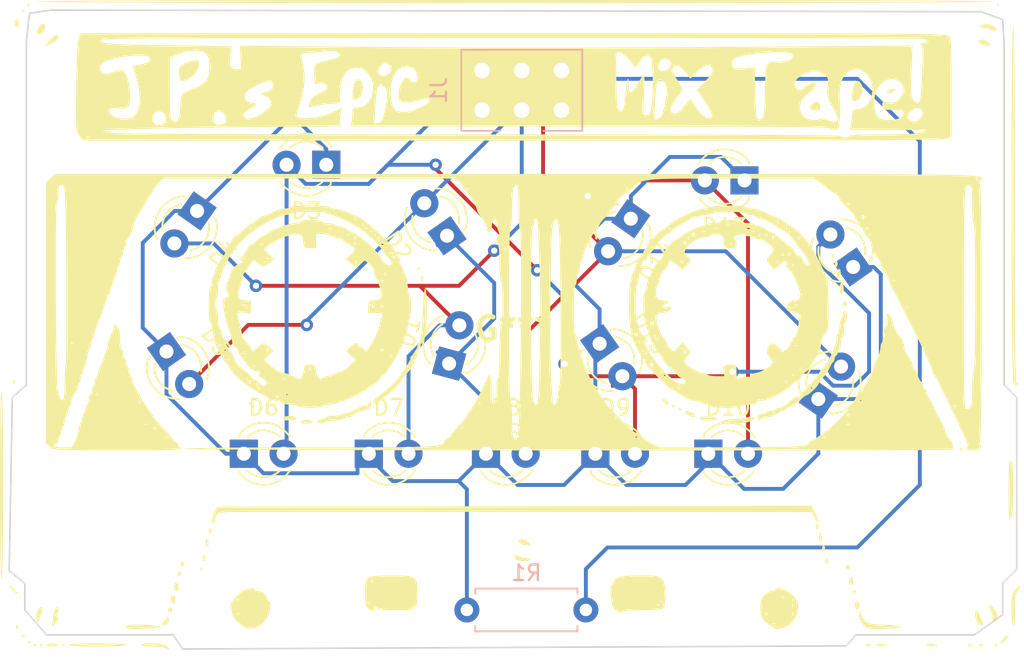
<source format=kicad_pcb>
(kicad_pcb (version 20221018) (generator pcbnew)
  (layers (0 "F.Cu" signal) (31 "B.Cu" signal) (34 "B.Paste" user) (35 "F.Paste" user) (36 "B.SilkS" user "B.Silkscreen") (37 "F.SilkS" user "F.Silkscreen") (38 "B.Mask" user) (39 "F.Mask" user) (44 "Edge.Cuts" user))
  (net 0 "")
  (net 1 "GND")
  (net 2 "Net-(D1-A)")
  (net 5 "Net-(J1-Pin_6)")
  (net 6 "Net-(D11-A)")
  (net 7 "Net-(D12-A)")
  (footprint "LED_THT:LED_D3.0mm" (layer "F.Cu") (at 138 89.5 180)
    (fp_text reference "D3" (at 1.27 -2.96) (layer "F.SilkS"))
    (fp_text value "LED")
    (pad "1" thru_hole rect (at 0 0 180) (size 1.8 1.8) (drill 0.9) (layers "*.Cu" "*.Mask") (net 1 "GND"))
    (pad "2" thru_hole circle (at 2.54 0 180) (size 1.8 1.8) (drill 0.9) (layers "*.Cu" "*.Mask") (net 7 "Net-(D12-A)"))
  )
  (footprint "LED_THT:LED_D3.0mm" (layer "F.Cu") (at 171.73131 96.044419 125)
    (fp_text reference "D12" (at 1.27 -2.96 125) (layer "F.SilkS"))
    (fp_text value "LED")
    (pad "1" thru_hole rect (at 0 0 125) (size 1.8 1.8) (drill 0.9) (layers "*.Cu" "*.Mask") (net 1 "GND"))
    (pad "2" thru_hole circle (at 2.54 0 125) (size 1.8 1.8) (drill 0.9) (layers "*.Cu" "*.Mask") (net 7 "Net-(D12-A)"))
  )
  (footprint "LED_THT:LED_D3.0mm" (layer "F.Cu") (at 148.225 108)
    (fp_text reference "D8" (at 1.27 -2.96) (layer "F.SilkS"))
    (fp_text value "LED")
    (pad "1" thru_hole rect (at 0 0) (size 1.8 1.8) (drill 0.9) (layers "*.Cu" "*.Mask") (net 1 "GND"))
    (pad "2" thru_hole circle (at 2.54 0) (size 1.8 1.8) (drill 0.9) (layers "*.Cu" "*.Mask") (net 6 "Net-(D11-A)"))
  )
  (footprint "LED_THT:LED_D3.0mm" (layer "F.Cu") (at 127.76869 101.455581 -55)
    (fp_text reference "D5" (at 1.27 -2.96 125) (layer "F.SilkS"))
    (fp_text value "LED")
    (pad "1" thru_hole rect (at 0 0 305) (size 1.8 1.8) (drill 0.9) (layers "*.Cu" "*.Mask") (net 1 "GND"))
    (pad "2" thru_hole circle (at 2.54 0 305) (size 1.8 1.8) (drill 0.9) (layers "*.Cu" "*.Mask") (net 6 "Net-(D11-A)"))
  )
  (footprint "LED_THT:LED_D3.0mm" (layer "F.Cu") (at 157.5 92.955581 -125)
    (fp_text reference "D14" (at 1.27 -2.96 55) (layer "F.SilkS"))
    (fp_text value "LED")
    (pad "1" thru_hole rect (at 0 0 235) (size 1.8 1.8) (drill 0.9) (layers "*.Cu" "*.Mask") (net 1 "GND"))
    (pad "2" thru_hole circle (at 2.54 0 235) (size 1.8 1.8) (drill 0.9) (layers "*.Cu" "*.Mask") (net 6 "Net-(D11-A)"))
  )
  (footprint "LED_THT:LED_D3.0mm" (layer "F.Cu") (at 132.725 108)
    (fp_text reference "D6" (at 1.27 -2.96) (layer "F.SilkS"))
    (fp_text value "LED")
    (pad "1" thru_hole rect (at 0 0) (size 1.8 1.8) (drill 0.9) (layers "*.Cu" "*.Mask") (net 1 "GND"))
    (pad "2" thru_hole circle (at 2.54 0) (size 1.8 1.8) (drill 0.9) (layers "*.Cu" "*.Mask") (net 7 "Net-(D12-A)"))
  )
  (footprint "LED_THT:LED_D3.0mm" (layer "F.Cu") (at 129.73131 92.455581 -125)
    (fp_text reference "D4" (at 1.27 -2.96 55) (layer "F.SilkS"))
    (fp_text value "LED")
    (pad "1" thru_hole rect (at 0 0 235) (size 1.8 1.8) (drill 0.9) (layers "*.Cu" "*.Mask") (net 1 "GND"))
    (pad "2" thru_hole circle (at 2.54 0 235) (size 1.8 1.8) (drill 0.9) (layers "*.Cu" "*.Mask") (net 2 "Net-(D1-A)"))
  )
  (footprint "LED_THT:LED_D3.0mm" (layer "F.Cu") (at 169.5 104.5 55)
    (fp_text reference "D11" (at 1.27 -2.96 55) (layer "F.SilkS"))
    (fp_text value "LED")
    (pad "1" thru_hole rect (at 0 0 55) (size 1.8 1.8) (drill 0.9) (layers "*.Cu" "*.Mask") (net 1 "GND"))
    (pad "2" thru_hole circle (at 2.54 0 55) (size 1.8 1.8) (drill 0.9) (layers "*.Cu" "*.Mask") (net 6 "Net-(D11-A)"))
  )
  (footprint "LED_THT:LED_D3.0mm" (layer "F.Cu") (at 155.225 108)
    (fp_text reference "D9" (at 1.27 -2.96) (layer "F.SilkS"))
    (fp_text value "LED")
    (pad "1" thru_hole rect (at 0 0) (size 1.8 1.8) (drill 0.9) (layers "*.Cu" "*.Mask") (net 1 "GND"))
    (pad "2" thru_hole circle (at 2.54 0) (size 1.8 1.8) (drill 0.9) (layers "*.Cu" "*.Mask") (net 7 "Net-(D12-A)"))
  )
  (footprint "LED_THT:LED_D3.0mm" (layer "F.Cu") (at 164.775 90.5 180)
    (fp_text reference "D13" (at 1.27 -2.96) (layer "F.SilkS"))
    (fp_text value "LED")
    (pad "1" thru_hole rect (at 0 0 180) (size 1.8 1.8) (drill 0.9) (layers "*.Cu" "*.Mask") (net 1 "GND"))
    (pad "2" thru_hole circle (at 2.54 0 180) (size 1.8 1.8) (drill 0.9) (layers "*.Cu" "*.Mask") (net 2 "Net-(D1-A)"))
  )
  (footprint "DC32_Cassette_SAO:Cassette_SAO_Silk_Screen with Text" (layer "F.Cu") (at 150 100)
    (fp_text reference "G***" (at 0 0) (layer "F.SilkS") (effects (font (size 1.5 1.5) (thickness 0.3))))
    (fp_text value "LOGO" hide)
  )
  (footprint "LED_THT:LED_D3.0mm" (layer "F.Cu") (at 140.725 108)
    (fp_text reference "D7" (at 1.27 -2.96) (layer "F.SilkS"))
    (fp_text value "LED")
    (pad "1" thru_hole rect (at 0 0) (size 1.8 1.8) (drill 0.9) (layers "*.Cu" "*.Mask") (net 1 "GND"))
    (pad "2" thru_hole circle (at 2.54 0) (size 1.8 1.8) (drill 0.9) (layers "*.Cu" "*.Mask") (net 2 "Net-(D1-A)"))
  )
  (footprint "LED_THT:LED_D3.0mm" (layer "F.Cu") (at 145.73131 94.044419 125)
    (fp_text reference "D2" (at 1.27 -2.96 125) (layer "F.SilkS"))
    (fp_text value "LED")
    (pad "1" thru_hole rect (at 0 0 125) (size 1.8 1.8) (drill 0.9) (layers "*.Cu" "*.Mask") (net 1 "GND"))
    (pad "2" thru_hole circle (at 2.54 0 125) (size 1.8 1.8) (drill 0.9) (layers "*.Cu" "*.Mask") (net 6 "Net-(D11-A)"))
  )
  (footprint "LED_THT:LED_D3.0mm" (layer "F.Cu") (at 145.8625 102.231555 75)
    (fp_text reference "D1" (at 1.27 -2.96 75) (layer "F.SilkS"))
    (fp_text value "LED")
    (pad "1" thru_hole rect (at 0 0 75) (size 1.8 1.8) (drill 0.9) (layers "*.Cu" "*.Mask") (net 1 "GND"))
    (pad "2" thru_hole circle (at 2.54 0 75) (size 1.8 1.8) (drill 0.9) (layers "*.Cu" "*.Mask") (net 2 "Net-(D1-A)"))
  )
  (footprint "DC32_Cassette_SAO:Cassette_SAO_Solder_Mask" (layer "F.Cu") (at 150 100)
    (fp_text reference "G***" hide)
    (fp_text value "LOGO" hide)
  )
  (footprint "LED_THT:LED_D3.0mm" (layer "F.Cu") (at 155.5 100.955581 -55)
    (fp_text reference "D15" (at 1.27 -2.96 125) (layer "F.SilkS"))
    (fp_text value "LED")
    (pad "1" thru_hole rect (at 0 0 305) (size 1.8 1.8) (drill 0.9) (layers "*.Cu" "*.Mask") (net 1 "GND"))
    (pad "2" thru_hole circle (at 2.54 0 305) (size 1.8 1.8) (drill 0.9) (layers "*.Cu" "*.Mask") (net 7 "Net-(D12-A)"))
  )
  (footprint "LED_THT:LED_D3.0mm" (layer "F.Cu") (at 162.46 108)
    (fp_text reference "D10" (at 1.27 -2.96) (layer "F.SilkS"))
    (fp_text value "LED")
    (pad "1" thru_hole rect (at 0 0) (size 1.8 1.8) (drill 0.9) (layers "*.Cu" "*.Mask") (net 1 "GND"))
    (pad "2" thru_hole circle (at 2.54 0) (size 1.8 1.8) (drill 0.9) (layers "*.Cu" "*.Mask") (net 2 "Net-(D1-A)"))
  )
  (footprint "Resistor_THT:R_Axial_DIN0207_L6.3mm_D2.5mm_P7.62mm_Horizontal" (layer "B.Cu") (at 154.62 118 180)
    (fp_text reference "R1" (at 3.81 2.37) (layer "B.SilkS") (effects (justify mirror)))
    (fp_text value "51")
    (pad "1" thru_hole circle (at 0 0 180) (size 1.6 1.6) (drill 0.8) (layers "*.Cu" "*.Mask") (net 5 "Net-(J1-Pin_6)"))
    (pad "2" thru_hole oval (at 7.62 0 180) (size 1.6 1.6) (drill 0.8) (layers "*.Cu" "*.Mask") (net 1 "GND"))
  )
  (footprint "DC32_Cassette_SAO:PinSocket_2x03_P2.54mm_Vertical_Tab" (layer "B.Cu") (at 147.975 86 -90)
    (fp_text reference "J1" (at -1.27 2.77 90) (layer "B.SilkS") (effects (justify mirror)))
    (fp_text value "Conn_02x03_Top_Bottom" hide)
    (pad "1" thru_hole rect (at 0 0 270) (size 1.7 1.7) (drill 1) (layers "*.Cu" "*.Mask"))
    (pad "2" thru_hole oval (at -2.54 0 270) (size 1.7 1.7) (drill 1) (layers "*.Cu" "*.Mask") (net 7 "Net-(D12-A)"))
    (pad "3" thru_hole oval (at 0 -2.54 270) (size 1.7 1.7) (drill 1) (layers "*.Cu" "*.Mask") (net 2 "Net-(D1-A)"))
    (pad "4" thru_hole oval (at -2.54 -2.54 270) (size 1.7 1.7) (drill 1) (layers "*.Cu" "*.Mask") (net 6 "Net-(D11-A)"))
    (pad "5" thru_hole oval (at 0 -5.08 270) (size 1.7 1.7) (drill 1) (layers "*.Cu" "*.Mask"))
    (pad "6" thru_hole oval (at -2.54 -5.08 270) (size 1.7 1.7) (drill 1) (layers "*.Cu" "*.Mask") (net 5 "Net-(J1-Pin_6)"))
  )
  (gr_line (start 171.3 120.3) (end 171.9 119.6) (stroke (width 0.1)) (layer "Edge.Cuts"))
  (gr_line (start 128.2 119.6) (end 128.8 120.5) (stroke (width 0.1)) (layer "Edge.Cuts"))
  (gr_line (start 181.3 116.3) (end 182.2 115.4) (stroke (width 0.1)) (layer "Edge.Cuts"))
  (gr_line (start 181.3 80.2) (end 179.9 79.7) (stroke (width 0.1)) (layer "Edge.Cuts"))
  (gr_line (start 179.9 79.7) (end 120.4 79.6) (stroke (width 0.1)) (layer "Edge.Cuts"))
  (gr_line (start 181.4 81.8) (end 181.3 80.2) (stroke (width 0.1)) (layer "Edge.Cuts"))
  (gr_line (start 117.9 104.4) (end 118.8 103.6) (stroke (width 0.1)) (layer "Edge.Cuts"))
  (gr_line (start 182.2 115.4) (end 182.2 104.4) (stroke (width 0.1)) (layer "Edge.Cuts"))
  (gr_line (start 181.4 103.6) (end 181.4 81.8) (stroke (width 0.1)) (layer "Edge.Cuts"))
  (gr_line (start 118.7 116.3) (end 118.7 118) (stroke (width 0.1)) (layer "Edge.Cuts"))
  (gr_line (start 128.8 120.5) (end 171.3 120.3) (stroke (width 0.1)) (layer "Edge.Cuts"))
  (gr_line (start 119 79.8) (end 120.4 79.6) (stroke (width 0.1)) (layer "Edge.Cuts"))
  (gr_line (start 117.7 115.5) (end 118.7 116.3) (stroke (width 0.1)) (layer "Edge.Cuts"))
  (gr_line (start 118.8 81.6) (end 118.8 103.6) (stroke (width 0.1)) (layer "Edge.Cuts"))
  (gr_line (start 181.3 118.3) (end 181.3 116.3) (stroke (width 0.1)) (layer "Edge.Cuts"))
  (gr_line (start 120.1 119.6) (end 128.2 119.6) (stroke (width 0.1)) (layer "Edge.Cuts"))
  (gr_line (start 171.9 119.6) (end 179.5 119.6) (stroke (width 0.1)) (layer "Edge.Cuts"))
  (gr_line (start 117.9 104.4) (end 117.7 115.5) (stroke (width 0.1)) (layer "Edge.Cuts"))
  (gr_line (start 120.1 119.6) (end 118.7 118) (stroke (width 0.1)) (layer "Edge.Cuts"))
  (gr_line (start 118.8 81.6) (end 119 79.8) (stroke (width 0.1)) (layer "Edge.Cuts"))
  (gr_line (start 182.2 104.4) (end 181.4 103.6) (stroke (width 0.1)) (layer "Edge.Cuts"))
  (gr_line (start 179.5 119.6) (end 181.3 118.3) (stroke (width 0.1)) (layer "Edge.Cuts"))
  (segment (start 127.76869 104.19369) (end 131.575 108) (width 0.25) (layer "B.Cu") (net 1))
  (segment (start 138 89.5) (end 138 88.5) (width 0.25) (layer "B.Cu") (net 1))
  (segment (start 147 118) (end 147 110.275) (width 0.25) (layer "B.Cu") (net 1))
  (segment (start 135.436891 86.75) (end 129.73131 92.455581) (width 0.25) (layer "B.Cu") (net 1))
  (segment (start 162.46 108) (end 162.5 108) (width 0.25) (layer "B.Cu") (net 1))
  (segment (start 148.75 97.063109) (end 145.73131 94.044419) (width 0.25) (layer "B.Cu") (net 1))
  (segment (start 153.225 110) (end 155.225 108) (width 0.25) (layer "B.Cu") (net 1))
  (segment (start 153.5 96.75) (end 153.5 95.25) (width 0.25) (layer "B.Cu") (net 1))
  (segment (start 157.5 91.5) (end 160 89) (width 0.25) (layer "B.Cu") (net 1))
  (segment (start 145.8625 102.231555) (end 148.75 99.344055) (width 0.25) (layer "B.Cu") (net 1))
  (segment (start 155.225 101.230581) (end 155.5 100.955581) (width 0.25) (layer "B.Cu") (net 1))
  (segment (start 148.75 99.344055) (end 148.75 97.063109) (width 0.25) (layer "B.Cu") (net 1))
  (segment (start 164.75 110.25) (end 167.25 110.25) (width 0.25) (layer "B.Cu") (net 1))
  (segment (start 140 108.725) (end 140.725 108) (width 0.25) (layer "B.Cu") (net 1))
  (segment (start 146.475 109.75) (end 148.225 108) (width 0.25) (layer "B.Cu") (net 1))
  (segment (start 133.975 109.25) (end 140 109.25) (width 0.25) (layer "B.Cu") (net 1))
  (segment (start 131.575 108) (end 132.725 108) (width 0.25) (layer "B.Cu") (net 1))
  (segment (start 155.225 108) (end 157.225 110) (width 0.25) (layer "B.Cu") (net 1))
  (segment (start 169.5 104.5) (end 172.25 104.5) (width 0.25) (layer "B.Cu") (net 1))
  (segment (start 142.25 109.75) (end 146.475 109.75) (width 0.25) (layer "B.Cu") (net 1))
  (segment (start 140.725 108.225) (end 142.25 109.75) (width 0.25) (layer "B.Cu") (net 1))
  (segment (start 162.5 108) (end 164.75 110.25) (width 0.25) (layer "B.Cu") (net 1))
  (segment (start 138 88.5) (end 136.25 86.75) (width 0.25) (layer "B.Cu") (net 1))
  (segment (start 140.725 108) (end 140.725 108.225) (width 0.25) (layer "B.Cu") (net 1))
  (segment (start 155.225 108) (end 155.225 101.230581) (width 0.25) (layer "B.Cu") (net 1))
  (segment (start 160 89) (end 163.275 89) (width 0.25) (layer "B.Cu") (net 1))
  (segment (start 157.225 110) (end 161 110) (width 0.25) (layer "B.Cu") (net 1))
  (segment (start 140 109.25) (end 140 108.725) (width 0.25) (layer "B.Cu") (net 1))
  (segment (start 150.25 110) (end 153.225 110) (width 0.25) (layer "B.Cu") (net 1))
  (segment (start 145.127653 94.648076) (end 145.73131 94.044419) (width 0.25) (layer "B.Cu") (net 1))
  (segment (start 155.5 100.955581) (end 155.5 98.75) (width 0.25) (layer "B.Cu") (net 1))
  (segment (start 127.76869 101.455581) (end 127.76869 104.19369) (width 0.25) (layer "B.Cu") (net 1))
  (segment (start 173.044419 96.044419) (end 171.73131 96.044419) (width 0.25) (layer "B.Cu") (net 1))
  (segment (start 148.225 108) (end 148.225 104.594055) (width 0.25) (layer "B.Cu") (net 1))
  (segment (start 153.5 95.25) (end 155.794419 92.955581) (width 0.25) (layer "B.Cu") (net 1))
  (segment (start 128.294419 92.455581) (end 126.25 94.5) (width 0.25) (layer "B.Cu") (net 1))
  (segment (start 155.794419 92.955581) (end 157.5 92.955581) (width 0.25) (layer "B.Cu") (net 1))
  (segment (start 148.25 108) (end 150.25 110) (width 0.25) (layer "B.Cu") (net 1))
  (segment (start 148.225 104.594055) (end 145.8625 102.231555) (width 0.25) (layer "B.Cu") (net 1))
  (segment (start 129.73131 92.455581) (end 128.294419 92.455581) (width 0.25) (layer "B.Cu") (net 1))
  (segment (start 172.25 104.5) (end 173.5 103.25) (width 0.25) (layer "B.Cu") (net 1))
  (segment (start 147 110.275) (end 146.475 109.75) (width 0.25) (layer "B.Cu") (net 1))
  (segment (start 155.5 98.75) (end 153.5 96.75) (width 0.25) (layer "B.Cu") (net 1))
  (segment (start 161 110) (end 162.46 108.54) (width 0.25) (layer "B.Cu") (net 1))
  (segment (start 162.46 108.54) (end 162.46 108) (width 0.25) (layer "B.Cu") (net 1))
  (segment (start 155.5 107.725) (end 155.225 108) (width 0.25) (layer "B.Cu") (net 1))
  (segment (start 126.25 94.5) (end 126.25 99.936891) (width 0.25) (layer "B.Cu") (net 1))
  (segment (start 148.225 108) (end 148.25 108) (width 0.25) (layer "B.Cu") (net 1))
  (segment (start 126.25 99.936891) (end 127.76869 101.455581) (width 0.25) (layer "B.Cu") (net 1))
  (segment (start 169.5 108) (end 169.5 104.5) (width 0.25) (layer "B.Cu") (net 1))
  (segment (start 163.275 89) (end 164.775 90.5) (width 0.25) (layer "B.Cu") (net 1))
  (segment (start 173.5 96.5) (end 173.044419 96.044419) (width 0.25) (layer "B.Cu") (net 1))
  (segment (start 167.25 110.25) (end 169.5 108) (width 0.25) (layer "B.Cu") (net 1))
  (segment (start 157.5 92.955581) (end 157.5 91.5) (width 0.25) (layer "B.Cu") (net 1))
  (segment (start 132.725 108) (end 133.975 109.25) (width 0.25) (layer "B.Cu") (net 1))
  (segment (start 136.25 86.75) (end 135.436891 86.75) (width 0.25) (layer "B.Cu") (net 1))
  (segment (start 173.5 103.25) (end 173.5 96.5) (width 0.25) (layer "B.Cu") (net 1))
  (segment (start 145.8625 102.231555) (end 145.127653 101.496708) (width 0.25) (layer "B.Cu") (net 1))
  (segment (start 155.75 90.5) (end 154.75 91.5) (width 0.25) (layer "F.Cu") (net 2))
  (segment (start 143.991797 97.25) (end 146.5199 99.778103) (width 0.25) (layer "F.Cu") (net 2))
  (segment (start 146.5 97.25) (end 143.991797 97.25) (width 0.25) (layer "F.Cu") (net 2))
  (segment (start 165 108) (end 165 93.265) (width 0.25) (layer "F.Cu") (net 2))
  (segment (start 133.5 97.25) (end 143.991797 97.25) (width 0.25) (layer "F.Cu") (net 2))
  (segment (start 162.235 90.5) (end 155.75 90.5) (width 0.25) (layer "F.Cu") (net 2))
  (segment (start 148.75 95) (end 146.5 97.25) (width 0.25) (layer "F.Cu") (net 2))
  (segment (start 165 93.265) (end 162.235 90.5) (width 0.25) (layer "F.Cu") (net 2))
  (via (at 148.75 95) (size 0.8) (drill 0.4) (layers "F.Cu" "B.Cu") (net 2))
  (via (at 133.5 97.25) (size 0.8) (drill 0.4) (layers "F.Cu" "B.Cu") (net 2))
  (via (at 154.75 91.5) (size 0.8) (drill 0.4) (layers "F.Cu" "B.Cu") (net 2))
  (segment (start 143.265 101.760211) (end 145.247108 99.778103) (width 0.25) (layer "B.Cu") (net 2))
  (segment (start 150.515 86) (end 150.515 93.235) (width 0.25) (layer "B.Cu") (net 2))
  (segment (start 128.274426 94.536227) (end 130.786227 94.536227) (width 0.25) (layer "B.Cu") (net 2))
  (segment (start 154.75 91.5) (end 152.25 91.5) (width 0.25) (layer "B.Cu") (net 2))
  (segment (start 143.265 108) (end 143.265 101.760211) (width 0.25) (layer "B.Cu") (net 2))
  (segment (start 150.515 93.235) (end 148.75 95) (width 0.25) (layer "B.Cu") (net 2))
  (segment (start 145.247108 99.778103) (end 146.5199 99.778103) (width 0.25) (layer "B.Cu") (net 2))
  (segment (start 152.25 91.5) (end 150.515 93.235) (width 0.25) (layer "B.Cu") (net 2))
  (segment (start 130.786227 94.536227) (end 133.5 97.25) (width 0.25) (layer "B.Cu") (net 2))
  (segment (start 176 88) (end 172 84) (width 0.25) (layer "B.Cu") (net 5))
  (segment (start 176 110) (end 176 88) (width 0.25) (layer "B.Cu") (net 5))
  (segment (start 172 114) (end 176 110) (width 0.25) (layer "B.Cu") (net 5))
  (segment (start 153.595 84) (end 153.055 83.46) (width 0.25) (layer "B.Cu") (net 5))
  (segment (start 154.62 118) (end 154.62 115.38) (width 0.25) (layer "B.Cu") (net 5))
  (segment (start 172 84) (end 153.595 84) (width 0.25) (layer "B.Cu") (net 5))
  (segment (start 154.62 115.38) (end 156 114) (width 0.25) (layer "B.Cu") (net 5))
  (segment (start 156 114) (end 172 114) (width 0.25) (layer "B.Cu") (net 5))
  (segment (start 151.88 84.825) (end 150.515 83.46) (width 0.25) (layer "F.Cu") (net 6))
  (segment (start 156.043116 95.036227) (end 151.88 90.873111) (width 0.25) (layer "F.Cu") (net 6))
  (segment (start 150.765 108) (end 150.765 100.314343) (width 0.25) (layer "F.Cu") (net 6))
  (segment (start 133.011801 99.75) (end 129.225574 103.536227) (width 0.25) (layer "F.Cu") (net 6))
  (segment (start 150.765 100.314343) (end 156.043116 95.036227) (width 0.25) (layer "F.Cu") (net 6))
  (segment (start 136.75 99.75) (end 133.011801 99.75) (width 0.25) (layer "F.Cu") (net 6))
  (segment (start 151.88 90.873111) (end 151.88 84.825) (width 0.25) (layer "F.Cu") (net 6))
  (via (at 136.75 99.75) (size 0.8) (drill 0.4) (layers "F.Cu" "B.Cu") (net 6))
  (segment (start 170.956884 102.419354) (end 163.573757 95.036227) (width 0.25) (layer "B.Cu") (net 6))
  (segment (start 136.75 99.488199) (end 136.75 99.75) (width 0.25) (layer "B.Cu") (net 6))
  (segment (start 150.515 83.46) (end 149.34 84.635) (width 0.25) (layer "B.Cu") (net 6))
  (segment (start 149.34 84.635) (end 149.34 86.898199) (width 0.25) (layer "B.Cu") (net 6))
  (segment (start 163.573757 95.036227) (end 156.043116 95.036227) (width 0.25) (layer "B.Cu") (net 6))
  (segment (start 144.274426 91.963773) (end 136.75 99.488199) (width 0.25) (layer "B.Cu") (net 6))
  (segment (start 149.34 86.898199) (end 144.274426 91.963773) (width 0.25) (layer "B.Cu") (net 6))
  (segment (start 163.713773 103.036227) (end 164 102.75) (width 0.25) (layer "F.Cu") (net 7))
  (segment (start 151.5 96.25) (end 145 89.75) (width 0.25) (layer "F.Cu") (net 7))
  (segment (start 145 89.75) (end 145 89.5) (width 0.25) (layer "F.Cu") (net 7))
  (segment (start 157.765 108) (end 157.765 103.844343) (width 0.25) (layer "F.Cu") (net 7))
  (segment (start 135.46 107.805) (end 135.265 108) (width 0.25) (layer "F.Cu") (net 7))
  (segment (start 157.765 103.844343) (end 156.956884 103.036227) (width 0.25) (layer "F.Cu") (net 7))
  (segment (start 156.334286 103.658825) (end 156.956884 103.036227) (width 0.25) (layer "F.Cu") (net 7))
  (segment (start 156.956884 103.036227) (end 163.713773 103.036227) (width 0.25) (layer "F.Cu") (net 7))
  (segment (start 154.036227 103.036227) (end 153.25 102.25) (width 0.25) (layer "F.Cu") (net 7))
  (segment (start 156.956884 103.036227) (end 154.036227 103.036227) (width 0.25) (layer "F.Cu") (net 7))
  (via (at 153.25 102.25) (size 0.8) (drill 0.4) (layers "F.Cu" "B.Cu") (net 7))
  (via (at 151.5 96.25) (size 0.8) (drill 0.4) (layers "F.Cu" "B.Cu") (net 7))
  (via (at 164 102.75) (size 0.8) (drill 0.4) (layers "F.Cu" "B.Cu") (net 7))
  (via (at 145 89.5) (size 0.8) (drill 0.4) (layers "F.Cu" "B.Cu") (net 7))
  (segment (start 170.449472 103.644354) (end 171.855646 103.644354) (width 0.25) (layer "B.Cu") (net 7))
  (segment (start 135.46 89.5) (end 136.685 90.725) (width 0.25) (layer "B.Cu") (net 7))
  (segment (start 141.935 89.5) (end 140.71 90.725) (width 0.25) (layer "B.Cu") (net 7))
  (segment (start 169.5 95.747203) (end 169.5 94.738199) (width 0.25) (layer "B.Cu") (net 7))
  (segment (start 153.25 98) (end 151.5 96.25) (width 0.25) (layer "B.Cu") (net 7))
  (segment (start 136.685 90.725) (end 140.71 90.725) (width 0.25) (layer "B.Cu") (net 7))
  (segment (start 171.855646 103.644354) (end 172.75 102.75) (width 0.25) (layer "B.Cu") (net 7))
  (segment (start 153.25 102.25) (end 153.25 98) (width 0.25) (layer "B.Cu") (net 7))
  (segment (start 172.75 98.997203) (end 169.5 95.747203) (width 0.25) (layer "B.Cu") (net 7))
  (segment (start 169.555118 102.75) (end 170.449472 103.644354) (width 0.25) (layer "B.Cu") (net 7))
  (segment (start 140.71 90.725) (end 147.975 83.46) (width 0.25) (layer "B.Cu") (net 7))
  (segment (start 172.75 102.75) (end 172.75 98.997203) (width 0.25) (layer "B.Cu") (net 7))
  (segment (start 135.46 107.805) (end 135.265 108) (width 0.25) (layer "B.Cu") (net 7))
  (segment (start 135.46 89.5) (end 135.46 107.805) (width 0.25) (layer "B.Cu") (net 7))
  (segment (start 169.5 94.738199) (end 170.274426 93.963773) (width 0.25) (layer "B.Cu") (net 7))
  (segment (start 164 102.75) (end 169.555118 102.75) (width 0.25) (layer "B.Cu") (net 7))
  (segment (start 145 89.5) (end 141.935 89.5) (width 0.25) (layer "B.Cu") (net 7))
)
</source>
